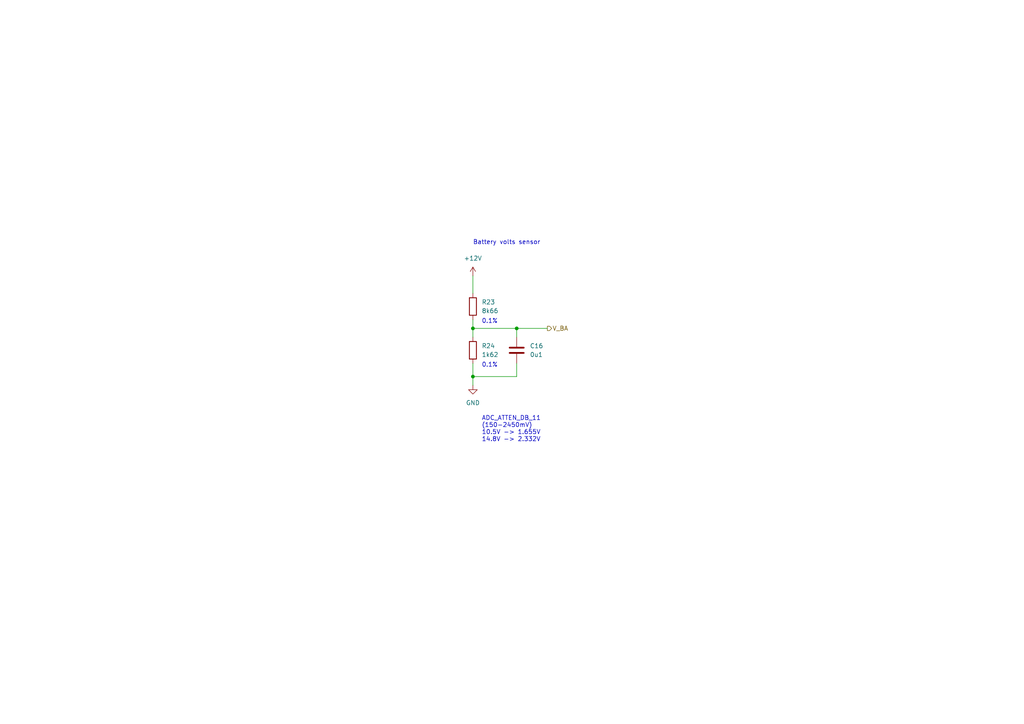
<source format=kicad_sch>
(kicad_sch (version 20211123) (generator eeschema)

  (uuid 6c4fc057-3de2-42cb-aa50-0153fadbcfc3)

  (paper "A4")

  (title_block
    (title "TJ Diag")
    (date "2023-09-12")
    (rev "V1.00")
    (company "andy@britishideas.com")
    (comment 1 "V210/ChryslerScanner_V210/schematic/ChryslerScanner_V210_schematic.pdf")
    (comment 2 "Based on: https://github.com/laszlodaniel/ChryslerScanner/blob/master/PCB/")
    (comment 3 "GPL V3 LICENSE")
  )

  (lib_symbols
    (symbol "Device:C" (pin_numbers hide) (pin_names (offset 0.254)) (in_bom yes) (on_board yes)
      (property "Reference" "C" (id 0) (at 0.635 2.54 0)
        (effects (font (size 1.27 1.27)) (justify left))
      )
      (property "Value" "C" (id 1) (at 0.635 -2.54 0)
        (effects (font (size 1.27 1.27)) (justify left))
      )
      (property "Footprint" "" (id 2) (at 0.9652 -3.81 0)
        (effects (font (size 1.27 1.27)) hide)
      )
      (property "Datasheet" "~" (id 3) (at 0 0 0)
        (effects (font (size 1.27 1.27)) hide)
      )
      (property "ki_keywords" "cap capacitor" (id 4) (at 0 0 0)
        (effects (font (size 1.27 1.27)) hide)
      )
      (property "ki_description" "Unpolarized capacitor" (id 5) (at 0 0 0)
        (effects (font (size 1.27 1.27)) hide)
      )
      (property "ki_fp_filters" "C_*" (id 6) (at 0 0 0)
        (effects (font (size 1.27 1.27)) hide)
      )
      (symbol "C_0_1"
        (polyline
          (pts
            (xy -2.032 -0.762)
            (xy 2.032 -0.762)
          )
          (stroke (width 0.508) (type default) (color 0 0 0 0))
          (fill (type none))
        )
        (polyline
          (pts
            (xy -2.032 0.762)
            (xy 2.032 0.762)
          )
          (stroke (width 0.508) (type default) (color 0 0 0 0))
          (fill (type none))
        )
      )
      (symbol "C_1_1"
        (pin passive line (at 0 3.81 270) (length 2.794)
          (name "~" (effects (font (size 1.27 1.27))))
          (number "1" (effects (font (size 1.27 1.27))))
        )
        (pin passive line (at 0 -3.81 90) (length 2.794)
          (name "~" (effects (font (size 1.27 1.27))))
          (number "2" (effects (font (size 1.27 1.27))))
        )
      )
    )
    (symbol "Device:R" (pin_numbers hide) (pin_names (offset 0)) (in_bom yes) (on_board yes)
      (property "Reference" "R" (id 0) (at 2.032 0 90)
        (effects (font (size 1.27 1.27)))
      )
      (property "Value" "R" (id 1) (at 0 0 90)
        (effects (font (size 1.27 1.27)))
      )
      (property "Footprint" "" (id 2) (at -1.778 0 90)
        (effects (font (size 1.27 1.27)) hide)
      )
      (property "Datasheet" "~" (id 3) (at 0 0 0)
        (effects (font (size 1.27 1.27)) hide)
      )
      (property "ki_keywords" "R res resistor" (id 4) (at 0 0 0)
        (effects (font (size 1.27 1.27)) hide)
      )
      (property "ki_description" "Resistor" (id 5) (at 0 0 0)
        (effects (font (size 1.27 1.27)) hide)
      )
      (property "ki_fp_filters" "R_*" (id 6) (at 0 0 0)
        (effects (font (size 1.27 1.27)) hide)
      )
      (symbol "R_0_1"
        (rectangle (start -1.016 -2.54) (end 1.016 2.54)
          (stroke (width 0.254) (type default) (color 0 0 0 0))
          (fill (type none))
        )
      )
      (symbol "R_1_1"
        (pin passive line (at 0 3.81 270) (length 1.27)
          (name "~" (effects (font (size 1.27 1.27))))
          (number "1" (effects (font (size 1.27 1.27))))
        )
        (pin passive line (at 0 -3.81 90) (length 1.27)
          (name "~" (effects (font (size 1.27 1.27))))
          (number "2" (effects (font (size 1.27 1.27))))
        )
      )
    )
    (symbol "power:+12V" (power) (pin_names (offset 0)) (in_bom yes) (on_board yes)
      (property "Reference" "#PWR" (id 0) (at 0 -3.81 0)
        (effects (font (size 1.27 1.27)) hide)
      )
      (property "Value" "+12V" (id 1) (at 0 3.556 0)
        (effects (font (size 1.27 1.27)))
      )
      (property "Footprint" "" (id 2) (at 0 0 0)
        (effects (font (size 1.27 1.27)) hide)
      )
      (property "Datasheet" "" (id 3) (at 0 0 0)
        (effects (font (size 1.27 1.27)) hide)
      )
      (property "ki_keywords" "power-flag" (id 4) (at 0 0 0)
        (effects (font (size 1.27 1.27)) hide)
      )
      (property "ki_description" "Power symbol creates a global label with name \"+12V\"" (id 5) (at 0 0 0)
        (effects (font (size 1.27 1.27)) hide)
      )
      (symbol "+12V_0_1"
        (polyline
          (pts
            (xy -0.762 1.27)
            (xy 0 2.54)
          )
          (stroke (width 0) (type default) (color 0 0 0 0))
          (fill (type none))
        )
        (polyline
          (pts
            (xy 0 0)
            (xy 0 2.54)
          )
          (stroke (width 0) (type default) (color 0 0 0 0))
          (fill (type none))
        )
        (polyline
          (pts
            (xy 0 2.54)
            (xy 0.762 1.27)
          )
          (stroke (width 0) (type default) (color 0 0 0 0))
          (fill (type none))
        )
      )
      (symbol "+12V_1_1"
        (pin power_in line (at 0 0 90) (length 0) hide
          (name "+12V" (effects (font (size 1.27 1.27))))
          (number "1" (effects (font (size 1.27 1.27))))
        )
      )
    )
    (symbol "power:GND" (power) (pin_names (offset 0)) (in_bom yes) (on_board yes)
      (property "Reference" "#PWR" (id 0) (at 0 -6.35 0)
        (effects (font (size 1.27 1.27)) hide)
      )
      (property "Value" "GND" (id 1) (at 0 -3.81 0)
        (effects (font (size 1.27 1.27)))
      )
      (property "Footprint" "" (id 2) (at 0 0 0)
        (effects (font (size 1.27 1.27)) hide)
      )
      (property "Datasheet" "" (id 3) (at 0 0 0)
        (effects (font (size 1.27 1.27)) hide)
      )
      (property "ki_keywords" "power-flag" (id 4) (at 0 0 0)
        (effects (font (size 1.27 1.27)) hide)
      )
      (property "ki_description" "Power symbol creates a global label with name \"GND\" , ground" (id 5) (at 0 0 0)
        (effects (font (size 1.27 1.27)) hide)
      )
      (symbol "GND_0_1"
        (polyline
          (pts
            (xy 0 0)
            (xy 0 -1.27)
            (xy 1.27 -1.27)
            (xy 0 -2.54)
            (xy -1.27 -1.27)
            (xy 0 -1.27)
          )
          (stroke (width 0) (type default) (color 0 0 0 0))
          (fill (type none))
        )
      )
      (symbol "GND_1_1"
        (pin power_in line (at 0 0 270) (length 0) hide
          (name "GND" (effects (font (size 1.27 1.27))))
          (number "1" (effects (font (size 1.27 1.27))))
        )
      )
    )
  )

  (junction (at 137.16 95.25) (diameter 0) (color 0 0 0 0)
    (uuid 6709ec93-fb11-40bc-984d-44d3c8c8263b)
  )
  (junction (at 149.86 95.25) (diameter 0) (color 0 0 0 0)
    (uuid 8e69169e-b356-415e-8756-fac56cec8b10)
  )
  (junction (at 137.16 109.22) (diameter 0) (color 0 0 0 0)
    (uuid 97a169c7-e2f2-43c7-a145-c36f8c04b619)
  )

  (wire (pts (xy 149.86 109.22) (xy 137.16 109.22))
    (stroke (width 0) (type default) (color 0 0 0 0))
    (uuid 0c8b6077-5b24-4cf1-85d2-1c974c97c497)
  )
  (wire (pts (xy 149.86 95.25) (xy 137.16 95.25))
    (stroke (width 0) (type default) (color 0 0 0 0))
    (uuid 4c0edffd-0938-4a12-8431-93e40e8b42e6)
  )
  (wire (pts (xy 137.16 95.25) (xy 137.16 97.79))
    (stroke (width 0) (type default) (color 0 0 0 0))
    (uuid 53d1d0f6-d5d4-4260-bc65-969595e80a33)
  )
  (wire (pts (xy 137.16 92.71) (xy 137.16 95.25))
    (stroke (width 0) (type default) (color 0 0 0 0))
    (uuid 8e993ee8-0a4b-46d9-b891-3b15c87bf28b)
  )
  (wire (pts (xy 137.16 105.41) (xy 137.16 109.22))
    (stroke (width 0) (type default) (color 0 0 0 0))
    (uuid 9746cc88-9d1d-4863-aeed-0e63c0bf053e)
  )
  (wire (pts (xy 149.86 95.25) (xy 158.75 95.25))
    (stroke (width 0) (type default) (color 0 0 0 0))
    (uuid a0c1b1b2-9a5d-4db1-aa61-501ef75dc2cf)
  )
  (wire (pts (xy 149.86 97.79) (xy 149.86 95.25))
    (stroke (width 0) (type default) (color 0 0 0 0))
    (uuid a1dd1689-6f16-40f8-8b07-4743dada9f0f)
  )
  (wire (pts (xy 137.16 80.01) (xy 137.16 85.09))
    (stroke (width 0) (type default) (color 0 0 0 0))
    (uuid e7d30ffb-4463-4c75-b760-b1bc533e4878)
  )
  (wire (pts (xy 149.86 105.41) (xy 149.86 109.22))
    (stroke (width 0) (type default) (color 0 0 0 0))
    (uuid f1a07826-1fab-429c-b4d0-f920e0cf887d)
  )
  (wire (pts (xy 137.16 109.22) (xy 137.16 111.76))
    (stroke (width 0) (type default) (color 0 0 0 0))
    (uuid f4d936b1-9f20-4d37-af6d-c20445f3c187)
  )

  (text "ADC_ATTEN_DB_11\n(150-2450mV)\n10.5V -> 1.655V\n14.8V -> 2.332V"
    (at 139.7 128.27 0)
    (effects (font (size 1.27 1.27)) (justify left bottom))
    (uuid 0f8e7c63-a539-4f86-bdbf-2874b3718659)
  )
  (text "0.1%" (at 139.7 93.98 0)
    (effects (font (size 1.27 1.27)) (justify left bottom))
    (uuid 6666f569-bd0e-4967-9856-9f0eaf265794)
  )
  (text "0.1%" (at 139.7 106.68 0)
    (effects (font (size 1.27 1.27)) (justify left bottom))
    (uuid 80ab51b5-7daa-4765-9031-fe8eab5059a5)
  )
  (text "Battery volts sensor" (at 137.16 71.12 0)
    (effects (font (size 1.27 1.27)) (justify left bottom))
    (uuid f02ff2e5-8b57-42ac-946d-76db09bbdcd5)
  )

  (hierarchical_label "V_BA" (shape output) (at 158.75 95.25 0)
    (effects (font (size 1.27 1.27)) (justify left))
    (uuid 978c1a1a-b13b-4f74-b299-dc1b3f103e19)
  )

  (symbol (lib_id "power:+12V") (at 137.16 80.01 0) (unit 1)
    (in_bom yes) (on_board yes) (fields_autoplaced)
    (uuid 293e0ed2-8a64-4b1a-8ca3-e58b6a4b45f0)
    (property "Reference" "#PWR031" (id 0) (at 137.16 83.82 0)
      (effects (font (size 1.27 1.27)) hide)
    )
    (property "Value" "+12V" (id 1) (at 137.16 74.93 0))
    (property "Footprint" "" (id 2) (at 137.16 80.01 0)
      (effects (font (size 1.27 1.27)) hide)
    )
    (property "Datasheet" "" (id 3) (at 137.16 80.01 0)
      (effects (font (size 1.27 1.27)) hide)
    )
    (pin "1" (uuid 4ab5e017-30a9-449c-8fa1-f33da5da1f6e))
  )

  (symbol (lib_id "Device:R") (at 137.16 101.6 0) (unit 1)
    (in_bom yes) (on_board yes) (fields_autoplaced)
    (uuid 3737bef1-b493-4b8c-b92e-44c5b1b1e1f9)
    (property "Reference" "R24" (id 0) (at 139.7 100.3299 0)
      (effects (font (size 1.27 1.27)) (justify left))
    )
    (property "Value" "1k62" (id 1) (at 139.7 102.8699 0)
      (effects (font (size 1.27 1.27)) (justify left))
    )
    (property "Footprint" "Resistor_SMD:R_0603_1608Metric" (id 2) (at 135.382 101.6 90)
      (effects (font (size 1.27 1.27)) hide)
    )
    (property "Datasheet" "~" (id 3) (at 137.16 101.6 0)
      (effects (font (size 1.27 1.27)) hide)
    )
    (pin "1" (uuid 59bebf98-588b-4392-a59d-ef8a889c3847))
    (pin "2" (uuid 3c64f34d-4f1d-452a-82e5-5a75e3c67b0b))
  )

  (symbol (lib_id "Device:R") (at 137.16 88.9 0) (unit 1)
    (in_bom yes) (on_board yes) (fields_autoplaced)
    (uuid 7d4fa7b0-6a86-4703-8917-b678f29b0f3a)
    (property "Reference" "R23" (id 0) (at 139.7 87.6299 0)
      (effects (font (size 1.27 1.27)) (justify left))
    )
    (property "Value" "8k66" (id 1) (at 139.7 90.1699 0)
      (effects (font (size 1.27 1.27)) (justify left))
    )
    (property "Footprint" "Resistor_SMD:R_0603_1608Metric" (id 2) (at 135.382 88.9 90)
      (effects (font (size 1.27 1.27)) hide)
    )
    (property "Datasheet" "~" (id 3) (at 137.16 88.9 0)
      (effects (font (size 1.27 1.27)) hide)
    )
    (pin "1" (uuid 82d7749f-d849-46a4-903f-1b50db621d57))
    (pin "2" (uuid 7ed0c115-af50-43a9-9f14-fa83264b40bf))
  )

  (symbol (lib_id "power:GND") (at 137.16 111.76 0) (unit 1)
    (in_bom yes) (on_board yes) (fields_autoplaced)
    (uuid 95c67d7e-fe1b-4491-8488-0ad87acb39df)
    (property "Reference" "#PWR032" (id 0) (at 137.16 118.11 0)
      (effects (font (size 1.27 1.27)) hide)
    )
    (property "Value" "GND" (id 1) (at 137.16 116.84 0))
    (property "Footprint" "" (id 2) (at 137.16 111.76 0)
      (effects (font (size 1.27 1.27)) hide)
    )
    (property "Datasheet" "" (id 3) (at 137.16 111.76 0)
      (effects (font (size 1.27 1.27)) hide)
    )
    (pin "1" (uuid bb09f536-3476-4e6d-8cb8-98619814e9bc))
  )

  (symbol (lib_id "Device:C") (at 149.86 101.6 0) (unit 1)
    (in_bom yes) (on_board yes) (fields_autoplaced)
    (uuid ce6212bb-dadc-4168-8dbc-549a6df51f86)
    (property "Reference" "C16" (id 0) (at 153.67 100.3299 0)
      (effects (font (size 1.27 1.27)) (justify left))
    )
    (property "Value" "0u1" (id 1) (at 153.67 102.8699 0)
      (effects (font (size 1.27 1.27)) (justify left))
    )
    (property "Footprint" "Capacitor_SMD:C_0603_1608Metric" (id 2) (at 150.8252 105.41 0)
      (effects (font (size 1.27 1.27)) hide)
    )
    (property "Datasheet" "~" (id 3) (at 149.86 101.6 0)
      (effects (font (size 1.27 1.27)) hide)
    )
    (pin "1" (uuid a8210db4-93b4-43c3-84c3-50dd3f504198))
    (pin "2" (uuid 518b3639-263e-4c2d-9326-1c614a66e2b0))
  )
)

</source>
